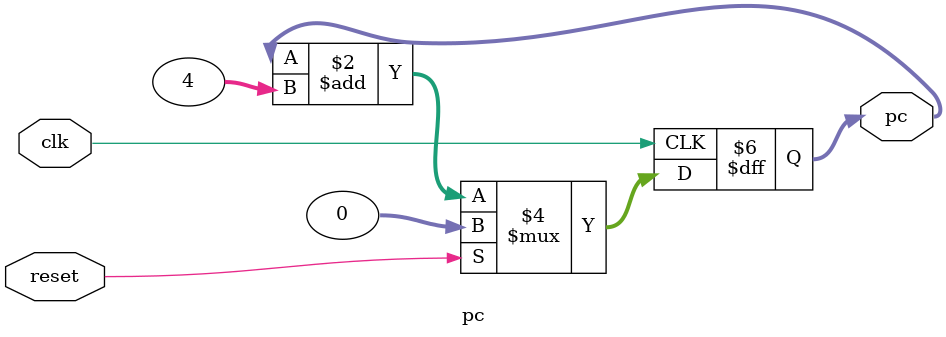
<source format=sv>

module pc (
    input  logic        clk,
    input  logic        reset,
    output logic [31:0] pc
);

    always_ff @(posedge clk) begin
        if (reset)
            pc <= 32'h0;
        else
            pc <= pc + 32'd4;
    end

endmodule

</source>
